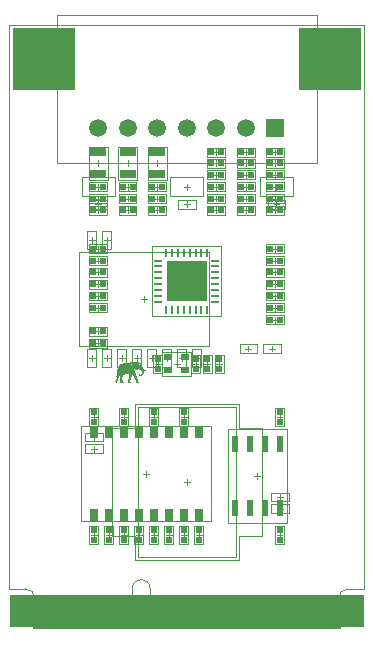
<source format=gbs>
G04*
G04 #@! TF.GenerationSoftware,Altium Limited,Altium Designer,22.1.2 (22)*
G04*
G04 Layer_Color=16711935*
%FSLAX25Y25*%
%MOIN*%
G70*
G04*
G04 #@! TF.SameCoordinates,22AE79A3-5326-4A0D-A068-57DE9E5E3605*
G04*
G04*
G04 #@! TF.FilePolarity,Negative*
G04*
G01*
G75*
%ADD11C,0.00394*%
%ADD13C,0.00197*%
%ADD14C,0.00039*%
%ADD15C,0.00079*%
%ADD23R,1.03150X0.11516*%
%ADD24R,1.18110X0.10630*%
%ADD26R,0.02126X0.01929*%
%ADD27R,0.02835X0.04016*%
%ADD28R,0.01929X0.02126*%
%ADD31R,0.02441X0.09134*%
%ADD32R,0.05915X0.05915*%
%ADD33C,0.05915*%
%ADD34R,0.20945X0.20945*%
%ADD50R,0.13661X0.13661*%
%ADD51R,0.01063X0.02835*%
%ADD52R,0.02835X0.01063*%
%ADD53R,0.05591X0.02835*%
%ADD54R,0.02441X0.05197*%
%ADD55R,0.02835X0.02441*%
G36*
X-2724Y75493D02*
X-2530D01*
Y75444D01*
X-2142D01*
Y75493D01*
X-1657D01*
Y75444D01*
X-1172D01*
Y75396D01*
X-881D01*
Y75347D01*
X-686D01*
Y75299D01*
X-638D01*
Y75250D01*
X-541D01*
Y75201D01*
X-444D01*
Y75153D01*
X-396D01*
Y75104D01*
X-347D01*
Y75056D01*
X-298D01*
Y75007D01*
X-250D01*
Y74959D01*
X-201D01*
Y74910D01*
X-153D01*
Y74862D01*
Y74813D01*
X-201D01*
Y74765D01*
Y74717D01*
X-153D01*
Y74765D01*
X-104D01*
Y74813D01*
X-56D01*
Y74765D01*
Y74717D01*
X-7D01*
Y74668D01*
Y74619D01*
X90D01*
Y74571D01*
X41D01*
Y74522D01*
X138D01*
Y74474D01*
X187D01*
Y74425D01*
Y74377D01*
Y74328D01*
X235D01*
Y74280D01*
X284D01*
Y74231D01*
Y74183D01*
X332D01*
Y74134D01*
Y74086D01*
Y74037D01*
X381D01*
Y73989D01*
Y73940D01*
X429D01*
Y73892D01*
Y73843D01*
X478D01*
Y73795D01*
Y73746D01*
X526D01*
Y73698D01*
X575D01*
Y73649D01*
Y73601D01*
X623D01*
Y73552D01*
Y73504D01*
X672D01*
Y73455D01*
X720D01*
Y73407D01*
X672D01*
Y73358D01*
X720D01*
Y73310D01*
X769D01*
Y73261D01*
Y73213D01*
Y73164D01*
X817D01*
Y73116D01*
Y73067D01*
Y73019D01*
X866D01*
Y72970D01*
Y72922D01*
Y72873D01*
Y72825D01*
Y72776D01*
X914D01*
Y72728D01*
Y72679D01*
X1545D01*
Y72631D01*
X1496D01*
Y72582D01*
X1399D01*
Y72534D01*
X1205D01*
Y72485D01*
X1496D01*
Y72437D01*
X1448D01*
Y72388D01*
X1399D01*
Y72437D01*
X1351D01*
Y72388D01*
X1302D01*
Y72339D01*
X963D01*
Y72291D01*
Y72242D01*
Y72194D01*
Y72145D01*
Y72097D01*
Y72048D01*
Y72000D01*
Y71952D01*
Y71903D01*
Y71855D01*
X914D01*
Y71806D01*
Y71757D01*
Y71709D01*
Y71660D01*
X866D01*
Y71612D01*
X817D01*
Y71563D01*
X866D01*
Y71515D01*
X817D01*
Y71466D01*
X769D01*
Y71418D01*
X720D01*
Y71369D01*
X769D01*
Y71321D01*
X720D01*
Y71272D01*
Y71224D01*
X672D01*
Y71272D01*
X623D01*
Y71224D01*
X672D01*
Y71175D01*
Y71127D01*
X623D01*
Y71078D01*
X575D01*
Y71030D01*
Y70981D01*
X526D01*
Y70933D01*
X429D01*
Y70884D01*
Y70836D01*
X332D01*
Y70787D01*
X284D01*
Y70739D01*
X187D01*
Y70690D01*
X41D01*
Y70642D01*
X-201D01*
Y70690D01*
X-347D01*
Y70739D01*
X-444D01*
Y70787D01*
X-493D01*
Y70836D01*
X-541D01*
Y70884D01*
X-589D01*
Y70933D01*
Y70981D01*
Y71030D01*
X-638D01*
Y71078D01*
Y71127D01*
X-686D01*
Y71175D01*
Y71224D01*
Y71272D01*
Y71321D01*
X-638D01*
Y71369D01*
X-589D01*
Y71418D01*
X-638D01*
Y71466D01*
X-589D01*
Y71515D01*
Y71563D01*
X-541D01*
Y71612D01*
X-493D01*
Y71660D01*
X-444D01*
Y71709D01*
X-298D01*
Y71660D01*
X-250D01*
Y71612D01*
Y71563D01*
X-298D01*
Y71515D01*
X-250D01*
Y71466D01*
Y71418D01*
X-298D01*
Y71369D01*
X-347D01*
Y71321D01*
Y71272D01*
Y71224D01*
X-298D01*
Y71175D01*
X-201D01*
Y71127D01*
X-56D01*
Y71175D01*
X41D01*
Y71224D01*
X90D01*
Y71272D01*
X138D01*
Y71321D01*
Y71369D01*
Y71418D01*
X187D01*
Y71466D01*
X235D01*
Y71515D01*
X187D01*
Y71563D01*
X235D01*
Y71612D01*
Y71660D01*
Y71709D01*
Y71757D01*
Y71806D01*
Y71855D01*
Y71903D01*
Y71952D01*
Y72000D01*
Y72048D01*
Y72097D01*
Y72145D01*
X284D01*
Y72194D01*
X235D01*
Y72242D01*
Y72291D01*
X187D01*
Y72339D01*
Y72388D01*
X138D01*
Y72437D01*
Y72485D01*
Y72534D01*
X90D01*
Y72582D01*
Y72631D01*
X41D01*
Y72679D01*
Y72728D01*
X-7D01*
Y72776D01*
X-298D01*
Y72728D01*
X-444D01*
Y72776D01*
X-493D01*
Y72825D01*
X-589D01*
Y72873D01*
X-638D01*
Y72922D01*
X-735D01*
Y72970D01*
X-1075D01*
Y72922D01*
X-1123D01*
Y72873D01*
X-1220D01*
Y72825D01*
Y72776D01*
X-1366D01*
Y72728D01*
Y72679D01*
X-1463D01*
Y72631D01*
X-1560D01*
Y72679D01*
X-1608D01*
Y72631D01*
X-1705D01*
Y72679D01*
X-1802D01*
Y72728D01*
X-1899D01*
Y72776D01*
X-1996D01*
Y72825D01*
Y72873D01*
X-2045D01*
Y72825D01*
X-2093D01*
Y72873D01*
X-2142D01*
Y72922D01*
X-2190D01*
Y72970D01*
Y73019D01*
X-2142D01*
Y73067D01*
X-2239D01*
Y73019D01*
Y72970D01*
X-2287D01*
Y73019D01*
X-2336D01*
Y73067D01*
X-2384D01*
Y73116D01*
X-2433D01*
Y73164D01*
X-2481D01*
Y73213D01*
X-2530D01*
Y73261D01*
X-2578D01*
Y73310D01*
X-2627D01*
Y73358D01*
Y73407D01*
X-2675D01*
Y73455D01*
X-2724D01*
Y73504D01*
X-2772D01*
Y73552D01*
Y73601D01*
X-2821D01*
Y73649D01*
X-2869D01*
Y73698D01*
Y73746D01*
X-2918D01*
Y73698D01*
Y73649D01*
X-2869D01*
Y73601D01*
Y73552D01*
X-2821D01*
Y73504D01*
Y73455D01*
X-2772D01*
Y73407D01*
X-2724D01*
Y73358D01*
X-2675D01*
Y73310D01*
Y73261D01*
X-2627D01*
Y73213D01*
X-2578D01*
Y73164D01*
X-2530D01*
Y73116D01*
X-2481D01*
Y73067D01*
X-2433D01*
Y73019D01*
X-2336D01*
Y72970D01*
X-2287D01*
Y72922D01*
X-2239D01*
Y72873D01*
X-2190D01*
Y72825D01*
X-2093D01*
Y72776D01*
X-2045D01*
Y72728D01*
Y72679D01*
X-1948D01*
Y72631D01*
Y72582D01*
Y72534D01*
Y72485D01*
Y72437D01*
Y72388D01*
Y72339D01*
Y72291D01*
X-1899D01*
Y72242D01*
Y72194D01*
Y72145D01*
Y72097D01*
Y72048D01*
Y72000D01*
Y71952D01*
Y71903D01*
X-1851D01*
Y71855D01*
X-1802D01*
Y71806D01*
Y71757D01*
Y71709D01*
X-1754D01*
Y71660D01*
Y71612D01*
X-1705D01*
Y71563D01*
Y71515D01*
Y71466D01*
Y71418D01*
Y71369D01*
X-1657D01*
Y71321D01*
Y71272D01*
Y71224D01*
X-1608D01*
Y71175D01*
Y71127D01*
X-1657D01*
Y71078D01*
X-1608D01*
Y71030D01*
X-1560D01*
Y70981D01*
Y70933D01*
X-1608D01*
Y70884D01*
X-1560D01*
Y70836D01*
Y70787D01*
X-1511D01*
Y70739D01*
Y70690D01*
Y70642D01*
X-1463D01*
Y70593D01*
Y70545D01*
Y70496D01*
Y70448D01*
X-1414D01*
Y70399D01*
Y70351D01*
Y70302D01*
X-1366D01*
Y70254D01*
X-1414D01*
Y70205D01*
X-1366D01*
Y70157D01*
X-1317D01*
Y70108D01*
Y70060D01*
Y70011D01*
X-1269D01*
Y69963D01*
Y69914D01*
Y69866D01*
X-1220D01*
Y69817D01*
X-1269D01*
Y69769D01*
X-1220D01*
Y69720D01*
Y69672D01*
X-1172D01*
Y69623D01*
X-1220D01*
Y69575D01*
X-1172D01*
Y69526D01*
Y69478D01*
Y69429D01*
Y69380D01*
Y69332D01*
X-1123D01*
Y69283D01*
Y69235D01*
Y69187D01*
X-1075D01*
Y69138D01*
Y69090D01*
X-1026D01*
Y69041D01*
Y68993D01*
X-978D01*
Y68944D01*
Y68896D01*
X-929D01*
Y68847D01*
X-881D01*
Y68798D01*
Y68750D01*
X-832D01*
Y68701D01*
X-783D01*
Y68653D01*
X-735D01*
Y68604D01*
Y68556D01*
X-783D01*
Y68507D01*
X-929D01*
Y68459D01*
X-1366D01*
Y68410D01*
X-1414D01*
Y68459D01*
X-1754D01*
Y68507D01*
Y68556D01*
X-1802D01*
Y68604D01*
Y68653D01*
Y68701D01*
Y68750D01*
X-1754D01*
Y68798D01*
Y68847D01*
X-1705D01*
Y68896D01*
X-1657D01*
Y68944D01*
Y68993D01*
X-1705D01*
Y69041D01*
Y69090D01*
Y69138D01*
X-1754D01*
Y69187D01*
Y69235D01*
Y69283D01*
X-1802D01*
Y69332D01*
Y69380D01*
Y69429D01*
X-1851D01*
Y69478D01*
Y69526D01*
X-1899D01*
Y69575D01*
Y69623D01*
X-1948D01*
Y69672D01*
Y69720D01*
X-1996D01*
Y69769D01*
Y69817D01*
X-2045D01*
Y69866D01*
X-2093D01*
Y69914D01*
Y69963D01*
X-2142D01*
Y70011D01*
X-2093D01*
Y70060D01*
X-2190D01*
Y70108D01*
Y70157D01*
Y70205D01*
X-2287D01*
Y70254D01*
Y70302D01*
X-2336D01*
Y70351D01*
Y70399D01*
X-2384D01*
Y70448D01*
X-2433D01*
Y70496D01*
X-2336D01*
Y70545D01*
X-2481D01*
Y70593D01*
X-2530D01*
Y70642D01*
Y70690D01*
X-2578D01*
Y70739D01*
X-2627D01*
Y70787D01*
X-2675D01*
Y70836D01*
X-2724D01*
Y70884D01*
X-2772D01*
Y70933D01*
X-2821D01*
Y70981D01*
X-2869D01*
Y71030D01*
X-2918D01*
Y71078D01*
X-2966D01*
Y71127D01*
X-3015D01*
Y71175D01*
X-3063D01*
Y71224D01*
Y71272D01*
X-3112D01*
Y71321D01*
X-3160D01*
Y71369D01*
Y71418D01*
X-3209D01*
Y71466D01*
X-3258D01*
Y71515D01*
Y71563D01*
X-3306D01*
Y71612D01*
Y71660D01*
X-3354D01*
Y71709D01*
Y71757D01*
X-3403D01*
Y71709D01*
Y71660D01*
X-3354D01*
Y71612D01*
Y71563D01*
X-3306D01*
Y71515D01*
Y71466D01*
X-3258D01*
Y71418D01*
Y71369D01*
X-3209D01*
Y71321D01*
X-3160D01*
Y71272D01*
Y71224D01*
X-3112D01*
Y71175D01*
X-3063D01*
Y71127D01*
Y71078D01*
X-3015D01*
Y71030D01*
Y70981D01*
Y70933D01*
Y70884D01*
X-3063D01*
Y70836D01*
Y70787D01*
Y70739D01*
X-3112D01*
Y70690D01*
Y70642D01*
Y70593D01*
X-3160D01*
Y70545D01*
Y70496D01*
X-3209D01*
Y70448D01*
Y70399D01*
Y70351D01*
X-3258D01*
Y70302D01*
Y70254D01*
Y70205D01*
X-3306D01*
Y70157D01*
Y70108D01*
Y70060D01*
Y70011D01*
X-3354D01*
Y69963D01*
Y69914D01*
Y69866D01*
Y69817D01*
X-3403D01*
Y69769D01*
Y69720D01*
Y69672D01*
X-3452D01*
Y69623D01*
Y69575D01*
X-3500D01*
Y69526D01*
Y69478D01*
Y69429D01*
X-3548D01*
Y69380D01*
Y69332D01*
X-3597D01*
Y69283D01*
Y69235D01*
Y69187D01*
Y69138D01*
Y69090D01*
X-3646D01*
Y69041D01*
Y68993D01*
X-3597D01*
Y68944D01*
Y68896D01*
Y68847D01*
X-3548D01*
Y68798D01*
X-3500D01*
Y68750D01*
X-3452D01*
Y68701D01*
X-3403D01*
Y68653D01*
X-3354D01*
Y68604D01*
Y68556D01*
X-3306D01*
Y68507D01*
Y68459D01*
Y68410D01*
X-3403D01*
Y68362D01*
X-4034D01*
Y68410D01*
X-4179D01*
Y68362D01*
X-4422D01*
Y68410D01*
X-4470D01*
Y68459D01*
Y68507D01*
Y68556D01*
Y68604D01*
X-4422D01*
Y68653D01*
Y68701D01*
X-4373D01*
Y68750D01*
X-4276D01*
Y68798D01*
Y68847D01*
Y68896D01*
X-4228D01*
Y68944D01*
X-4276D01*
Y68993D01*
Y69041D01*
Y69090D01*
Y69138D01*
Y69187D01*
Y69235D01*
Y69283D01*
Y69332D01*
Y69380D01*
Y69429D01*
Y69478D01*
X-4228D01*
Y69526D01*
Y69575D01*
Y69623D01*
Y69672D01*
Y69720D01*
Y69769D01*
Y69817D01*
Y69866D01*
X-4179D01*
Y69914D01*
Y69963D01*
Y70011D01*
Y70060D01*
Y70108D01*
X-4131D01*
Y70157D01*
Y70205D01*
Y70254D01*
Y70302D01*
Y70351D01*
Y70399D01*
X-4082D01*
Y70448D01*
Y70496D01*
Y70545D01*
Y70593D01*
Y70642D01*
Y70690D01*
Y70739D01*
Y70787D01*
Y70836D01*
Y70884D01*
Y70933D01*
Y70981D01*
X-4034D01*
Y71030D01*
X-4082D01*
Y71078D01*
Y71127D01*
Y71175D01*
Y71224D01*
Y71272D01*
Y71321D01*
Y71369D01*
Y71418D01*
X-4131D01*
Y71466D01*
Y71515D01*
Y71563D01*
X-4228D01*
Y71515D01*
X-4325D01*
Y71466D01*
X-4422D01*
Y71418D01*
X-4519D01*
Y71369D01*
X-4664D01*
Y71321D01*
X-4810D01*
Y71272D01*
X-5052D01*
Y71224D01*
X-5149D01*
Y71272D01*
X-5295D01*
Y71224D01*
X-5634D01*
Y71272D01*
X-5683D01*
Y71224D01*
X-5634D01*
Y71175D01*
X-5731D01*
Y71127D01*
Y71078D01*
X-5780D01*
Y71030D01*
X-5828D01*
Y70981D01*
X-5877D01*
Y70933D01*
X-5925D01*
Y70884D01*
X-5974D01*
Y70836D01*
X-6022D01*
Y70787D01*
X-6071D01*
Y70739D01*
X-6120D01*
Y70690D01*
Y70642D01*
X-6168D01*
Y70593D01*
Y70545D01*
Y70496D01*
X-6216D01*
Y70448D01*
Y70399D01*
X-6265D01*
Y70351D01*
Y70302D01*
Y70254D01*
X-6313D01*
Y70205D01*
Y70157D01*
Y70108D01*
Y70060D01*
X-6265D01*
Y70011D01*
Y69963D01*
Y69914D01*
Y69866D01*
Y69817D01*
Y69769D01*
Y69720D01*
Y69672D01*
Y69623D01*
Y69575D01*
Y69526D01*
Y69478D01*
Y69429D01*
Y69380D01*
Y69332D01*
Y69283D01*
X-6216D01*
Y69235D01*
Y69187D01*
Y69138D01*
X-6168D01*
Y69090D01*
Y69041D01*
X-6120D01*
Y68993D01*
X-6071D01*
Y68944D01*
X-6022D01*
Y68896D01*
X-5974D01*
Y68847D01*
X-5925D01*
Y68798D01*
X-5877D01*
Y68750D01*
X-5828D01*
Y68701D01*
X-5780D01*
Y68653D01*
Y68604D01*
Y68556D01*
X-5828D01*
Y68507D01*
X-6896D01*
Y68556D01*
X-6993D01*
Y68604D01*
Y68653D01*
Y68701D01*
Y68750D01*
Y68798D01*
Y68847D01*
Y68896D01*
Y68944D01*
Y68993D01*
Y69041D01*
Y69090D01*
Y69138D01*
Y69187D01*
Y69235D01*
X-6944D01*
Y69283D01*
Y69332D01*
Y69380D01*
Y69429D01*
Y69478D01*
X-6896D01*
Y69526D01*
Y69575D01*
Y69623D01*
Y69672D01*
Y69720D01*
Y69769D01*
Y69817D01*
Y69866D01*
Y69914D01*
Y69963D01*
Y70011D01*
Y70060D01*
Y70108D01*
Y70157D01*
Y70205D01*
Y70254D01*
X-6944D01*
Y70302D01*
Y70351D01*
Y70399D01*
Y70448D01*
Y70496D01*
Y70545D01*
Y70593D01*
X-6993D01*
Y70642D01*
X-7041D01*
Y70690D01*
X-7090D01*
Y70739D01*
X-7041D01*
Y70787D01*
X-6993D01*
Y70836D01*
X-6944D01*
Y70884D01*
X-6896D01*
Y70933D01*
X-6847D01*
Y70981D01*
Y71030D01*
X-6799D01*
Y71078D01*
X-6702D01*
Y71127D01*
Y71175D01*
Y71224D01*
X-6750D01*
Y71175D01*
X-6799D01*
Y71127D01*
X-6847D01*
Y71078D01*
X-6896D01*
Y71030D01*
Y70981D01*
X-6944D01*
Y70933D01*
X-6993D01*
Y70981D01*
X-7090D01*
Y70933D01*
X-6993D01*
Y70884D01*
X-7041D01*
Y70836D01*
X-7090D01*
Y70787D01*
X-7138D01*
Y70739D01*
Y70690D01*
X-7187D01*
Y70642D01*
X-7235D01*
Y70593D01*
X-7284D01*
Y70545D01*
X-7332D01*
Y70496D01*
Y70448D01*
X-7381D01*
Y70399D01*
X-7429D01*
Y70351D01*
Y70302D01*
X-7478D01*
Y70254D01*
Y70205D01*
X-7575D01*
Y70157D01*
X-7526D01*
Y70108D01*
X-7575D01*
Y70060D01*
X-7623D01*
Y70011D01*
Y69963D01*
Y69914D01*
X-7672D01*
Y69866D01*
Y69817D01*
X-7720D01*
Y69769D01*
Y69720D01*
X-7769D01*
Y69672D01*
X-7720D01*
Y69623D01*
X-7769D01*
Y69575D01*
Y69526D01*
Y69478D01*
Y69429D01*
X-7817D01*
Y69478D01*
X-7866D01*
Y69429D01*
X-7817D01*
Y69380D01*
Y69332D01*
Y69283D01*
Y69235D01*
X-7866D01*
Y69187D01*
Y69138D01*
Y69090D01*
X-7914D01*
Y69041D01*
Y68993D01*
Y68944D01*
X-7963D01*
Y68896D01*
X-7914D01*
Y68847D01*
Y68798D01*
Y68750D01*
X-7866D01*
Y68701D01*
X-7914D01*
Y68750D01*
X-7963D01*
Y68701D01*
X-7914D01*
Y68653D01*
Y68604D01*
Y68556D01*
X-8011D01*
Y68507D01*
X-8060D01*
Y68556D01*
X-8496D01*
Y68604D01*
X-8545D01*
Y68653D01*
X-8593D01*
Y68701D01*
Y68750D01*
X-8642D01*
Y68798D01*
Y68847D01*
Y68896D01*
Y68944D01*
Y68993D01*
Y69041D01*
X-8593D01*
Y69090D01*
Y69138D01*
X-8545D01*
Y69187D01*
X-8496D01*
Y69235D01*
X-8448D01*
Y69283D01*
X-8399D01*
Y69235D01*
X-8351D01*
Y69283D01*
X-8399D01*
Y69332D01*
Y69380D01*
Y69429D01*
Y69478D01*
X-8351D01*
Y69526D01*
Y69575D01*
Y69623D01*
X-8302D01*
Y69672D01*
Y69720D01*
X-8254D01*
Y69769D01*
Y69817D01*
X-8351D01*
Y69769D01*
X-8399D01*
Y69817D01*
Y69866D01*
X-8496D01*
Y69914D01*
Y69963D01*
X-8448D01*
Y70011D01*
Y70060D01*
Y70108D01*
Y70157D01*
Y70205D01*
X-8399D01*
Y70254D01*
Y70302D01*
Y70351D01*
X-8351D01*
Y70399D01*
Y70448D01*
Y70496D01*
Y70545D01*
X-8302D01*
Y70593D01*
Y70642D01*
Y70690D01*
X-8254D01*
Y70739D01*
Y70787D01*
Y70836D01*
X-8205D01*
Y70884D01*
Y70933D01*
Y70981D01*
Y71030D01*
X-8157D01*
Y70981D01*
X-8108D01*
Y70933D01*
Y70884D01*
Y70836D01*
Y70787D01*
X-8157D01*
Y70739D01*
Y70690D01*
Y70642D01*
Y70593D01*
X-8205D01*
Y70545D01*
Y70496D01*
Y70448D01*
X-8254D01*
Y70399D01*
Y70351D01*
Y70302D01*
Y70254D01*
Y70205D01*
Y70157D01*
Y70108D01*
Y70060D01*
Y70011D01*
Y69963D01*
Y69914D01*
X-8302D01*
Y69866D01*
X-8205D01*
Y69914D01*
Y69963D01*
Y70011D01*
X-8157D01*
Y70060D01*
Y70108D01*
Y70157D01*
Y70205D01*
X-8108D01*
Y70254D01*
Y70302D01*
Y70351D01*
Y70399D01*
Y70448D01*
X-8060D01*
Y70496D01*
Y70545D01*
Y70593D01*
Y70642D01*
Y70690D01*
Y70739D01*
Y70787D01*
Y70836D01*
Y70884D01*
Y70933D01*
Y70981D01*
Y71030D01*
X-8108D01*
Y71078D01*
X-8157D01*
Y71127D01*
Y71175D01*
Y71224D01*
X-8108D01*
Y71272D01*
Y71321D01*
Y71369D01*
Y71418D01*
Y71466D01*
Y71515D01*
Y71563D01*
Y71612D01*
X-8060D01*
Y71660D01*
Y71709D01*
Y71757D01*
Y71806D01*
Y71855D01*
Y71903D01*
Y71952D01*
X-8011D01*
Y72000D01*
Y72048D01*
Y72097D01*
Y72145D01*
Y72194D01*
Y72242D01*
Y72291D01*
Y72339D01*
Y72388D01*
Y72437D01*
Y72485D01*
Y72534D01*
Y72582D01*
Y72631D01*
Y72679D01*
Y72728D01*
Y72776D01*
Y72825D01*
Y72873D01*
X-7963D01*
Y72922D01*
Y72970D01*
Y73019D01*
Y73067D01*
Y73116D01*
X-7914D01*
Y73164D01*
Y73213D01*
X-7866D01*
Y73261D01*
Y73310D01*
Y73358D01*
X-7817D01*
Y73407D01*
X-7769D01*
Y73455D01*
Y73504D01*
X-7720D01*
Y73552D01*
Y73601D01*
X-7623D01*
Y73649D01*
Y73698D01*
Y73746D01*
X-7575D01*
Y73795D01*
X-7526D01*
Y73843D01*
X-7429D01*
Y73892D01*
X-7478D01*
Y73940D01*
X-7429D01*
Y73989D01*
X-7381D01*
Y74037D01*
Y74086D01*
X-7332D01*
Y74134D01*
X-7284D01*
Y74183D01*
Y74231D01*
X-7235D01*
Y74280D01*
X-7187D01*
Y74328D01*
X-7138D01*
Y74280D01*
X-7090D01*
Y74328D01*
X-7138D01*
Y74377D01*
Y74425D01*
X-7090D01*
Y74474D01*
X-7041D01*
Y74522D01*
X-6993D01*
Y74571D01*
X-6944D01*
Y74619D01*
X-6799D01*
Y74668D01*
Y74717D01*
X-6750D01*
Y74668D01*
X-6702D01*
Y74717D01*
Y74765D01*
X-6605D01*
Y74813D01*
X-6508D01*
Y74862D01*
X-6313D01*
Y74910D01*
X-6168D01*
Y74862D01*
X-6120D01*
Y74910D01*
X-6168D01*
Y74959D01*
X-5780D01*
Y75007D01*
X-4616D01*
Y75056D01*
X-4373D01*
Y75104D01*
X-4228D01*
Y75153D01*
X-4082D01*
Y75201D01*
X-3937D01*
Y75250D01*
X-3743D01*
Y75299D01*
X-3597D01*
Y75347D01*
X-3403D01*
Y75396D01*
X-3306D01*
Y75444D01*
X-3160D01*
Y75493D01*
X-3112D01*
Y75444D01*
X-3063D01*
Y75493D01*
X-3015D01*
Y75444D01*
X-2966D01*
Y75493D01*
X-3015D01*
Y75541D01*
X-2724D01*
Y75493D01*
D02*
G37*
%LPC*%
G36*
X-2481Y75250D02*
X-2530D01*
Y75201D01*
X-2481D01*
Y75153D01*
X-2433D01*
Y75201D01*
X-2481D01*
Y75250D01*
D02*
G37*
G36*
Y75153D02*
X-2530D01*
Y75104D01*
X-2481D01*
Y75153D01*
D02*
G37*
G36*
X-2530Y75104D02*
X-2578D01*
Y75056D01*
X-2530D01*
Y75104D01*
D02*
G37*
G36*
X-2627D02*
X-2772D01*
Y75056D01*
X-2627D01*
Y75104D01*
D02*
G37*
G36*
X-2772Y75056D02*
X-2918D01*
Y75007D01*
X-3015D01*
Y74959D01*
X-3112D01*
Y74910D01*
X-3160D01*
Y74862D01*
X-3209D01*
Y74813D01*
X-3258D01*
Y74765D01*
Y74717D01*
Y74668D01*
Y74619D01*
Y74571D01*
Y74522D01*
Y74474D01*
Y74425D01*
Y74377D01*
X-3209D01*
Y74328D01*
Y74280D01*
Y74231D01*
Y74183D01*
X-3160D01*
Y74134D01*
Y74086D01*
Y74037D01*
X-3112D01*
Y74086D01*
Y74134D01*
Y74183D01*
X-3160D01*
Y74231D01*
Y74280D01*
Y74328D01*
Y74377D01*
Y74425D01*
X-3209D01*
Y74474D01*
Y74522D01*
Y74571D01*
Y74619D01*
Y74668D01*
Y74717D01*
Y74765D01*
X-3160D01*
Y74813D01*
X-3112D01*
Y74765D01*
X-3063D01*
Y74813D01*
X-3112D01*
Y74862D01*
X-3015D01*
Y74910D01*
X-2966D01*
Y74959D01*
X-2869D01*
Y75007D01*
X-2772D01*
Y75056D01*
D02*
G37*
G36*
X-6799Y74571D02*
X-6847D01*
Y74522D01*
X-6799D01*
Y74571D01*
D02*
G37*
G36*
X-638Y74522D02*
X-686D01*
Y74474D01*
X-638D01*
Y74425D01*
X-493D01*
Y74377D01*
X-444D01*
Y74425D01*
X-396D01*
Y74474D01*
X-638D01*
Y74522D01*
D02*
G37*
G36*
X-444Y74619D02*
X-589D01*
Y74571D01*
X-444D01*
Y74522D01*
X-396D01*
Y74474D01*
X-347D01*
Y74425D01*
Y74377D01*
Y74328D01*
X-298D01*
Y74377D01*
Y74425D01*
Y74474D01*
X-347D01*
Y74522D01*
X-396D01*
Y74571D01*
X-444D01*
Y74619D01*
D02*
G37*
G36*
X-3306Y74425D02*
X-3354D01*
Y74377D01*
Y74328D01*
X-3258D01*
Y74377D01*
X-3306D01*
Y74425D01*
D02*
G37*
G36*
X-3063Y73989D02*
X-3112D01*
Y73940D01*
X-3063D01*
Y73989D01*
D02*
G37*
G36*
X-2918Y73843D02*
X-2966D01*
Y73795D01*
X-2918D01*
Y73843D01*
D02*
G37*
G36*
X-832Y73795D02*
X-881D01*
Y73746D01*
X-832D01*
Y73795D01*
D02*
G37*
G36*
X-783Y73649D02*
X-832D01*
Y73601D01*
Y73552D01*
Y73504D01*
X-783D01*
Y73552D01*
Y73601D01*
Y73649D01*
D02*
G37*
G36*
X-929Y73310D02*
X-978D01*
Y73261D01*
X-929D01*
Y73310D01*
D02*
G37*
G36*
X-832Y73407D02*
X-881D01*
Y73358D01*
Y73310D01*
Y73261D01*
X-832D01*
Y73213D01*
X-783D01*
Y73261D01*
X-832D01*
Y73310D01*
Y73358D01*
Y73407D01*
D02*
G37*
G36*
X-881Y73213D02*
X-929D01*
Y73164D01*
Y73116D01*
X-881D01*
Y73164D01*
Y73213D01*
D02*
G37*
G36*
X-929Y73116D02*
X-978D01*
Y73067D01*
Y73019D01*
X-929D01*
Y73067D01*
Y73116D01*
D02*
G37*
G36*
X-396Y72825D02*
X-444D01*
Y72776D01*
X-396D01*
Y72825D01*
D02*
G37*
G36*
X-2190D02*
X-2239D01*
Y72776D01*
X-2190D01*
Y72825D01*
D02*
G37*
G36*
X-1414Y72776D02*
X-1463D01*
Y72728D01*
X-1414D01*
Y72776D01*
D02*
G37*
G36*
X-6410Y72145D02*
X-6459D01*
Y72097D01*
X-6410D01*
Y72145D01*
D02*
G37*
G36*
X-3452Y72000D02*
X-3500D01*
Y71952D01*
X-3452D01*
Y72000D01*
D02*
G37*
G36*
X-3403Y71855D02*
X-3452D01*
Y71806D01*
X-3403D01*
Y71855D01*
D02*
G37*
G36*
X-6410Y71952D02*
X-6459D01*
Y71903D01*
Y71855D01*
Y71806D01*
X-6410D01*
Y71855D01*
Y71903D01*
Y71952D01*
D02*
G37*
G36*
X-298Y71660D02*
X-396D01*
Y71612D01*
X-298D01*
Y71660D01*
D02*
G37*
G36*
X-6508Y71806D02*
X-6556D01*
Y71757D01*
X-6508D01*
Y71709D01*
Y71660D01*
Y71612D01*
X-6459D01*
Y71660D01*
Y71709D01*
Y71757D01*
X-6508D01*
Y71806D01*
D02*
G37*
G36*
X-298Y71515D02*
X-347D01*
Y71466D01*
X-298D01*
Y71515D01*
D02*
G37*
G36*
X-1705Y71369D02*
X-1754D01*
Y71321D01*
X-1705D01*
Y71369D01*
D02*
G37*
G36*
X-6508Y71612D02*
X-6556D01*
Y71563D01*
Y71515D01*
X-6605D01*
Y71466D01*
Y71418D01*
X-6653D01*
Y71369D01*
Y71321D01*
X-6702D01*
Y71272D01*
Y71224D01*
X-6653D01*
Y71272D01*
X-6605D01*
Y71321D01*
Y71369D01*
X-6556D01*
Y71418D01*
Y71466D01*
X-6508D01*
Y71515D01*
Y71563D01*
Y71612D01*
D02*
G37*
G36*
X-347Y71224D02*
X-396D01*
Y71175D01*
X-347D01*
Y71224D01*
D02*
G37*
G36*
X-2045Y70108D02*
X-2093D01*
Y70060D01*
X-2045D01*
Y70108D01*
D02*
G37*
G36*
X-1317Y70011D02*
X-1366D01*
Y69963D01*
X-1317D01*
Y70011D01*
D02*
G37*
G36*
X-7720Y69914D02*
X-7769D01*
Y69866D01*
X-7720D01*
Y69914D01*
D02*
G37*
G36*
X-8157Y69817D02*
X-8205D01*
Y69769D01*
X-8157D01*
Y69817D01*
D02*
G37*
G36*
X-7914Y69187D02*
X-7963D01*
Y69138D01*
X-7914D01*
Y69187D01*
D02*
G37*
G36*
X-8302Y68653D02*
X-8351D01*
Y68604D01*
X-8302D01*
Y68653D01*
D02*
G37*
%LPD*%
D11*
X68898Y-197D02*
G03*
X65748Y-3347I0J-3150D01*
G01*
X-35433D02*
G03*
X-38583Y-197I-3150J0D01*
G01*
X2953Y0D02*
G03*
X-2953Y0I-2953J0D01*
G01*
X68898Y-197D02*
G03*
X65748Y-3347I0J-3150D01*
G01*
X-35433D02*
G03*
X-38583Y-197I-3150J0D01*
G01*
X2953Y0D02*
G03*
X-2953Y0I-2953J0D01*
G01*
X-35433Y-12795D02*
X-2953D01*
X65748D02*
Y-3347D01*
X68898Y-197D02*
X74213D01*
X-43898D02*
X-38583D01*
X2953Y-12795D02*
Y0D01*
X-2953Y-12795D02*
Y0D01*
X-35433Y-12795D02*
Y-3347D01*
X2953Y-12795D02*
X65748D01*
X-43898Y187795D02*
X74213D01*
X-35433Y-12795D02*
Y-3347D01*
X74213Y-197D02*
Y187795D01*
X-2953Y-12795D02*
Y0D01*
X65748Y-12795D02*
Y-3347D01*
X2953Y-12795D02*
Y0D01*
X-35433Y-12795D02*
X-2953D01*
X2953D02*
X65748D01*
X68898Y-197D02*
X74213D01*
X-43898D02*
X-38583D01*
X-43898D02*
Y187795D01*
D13*
X3557Y90762D02*
X26757D01*
X3557Y113962D02*
X26757D01*
X3557Y90762D02*
Y113962D01*
X26757Y90762D02*
Y113962D01*
X15157Y101181D02*
Y103543D01*
X13976Y102362D02*
X16339D01*
X3557Y113962D02*
X26757D01*
Y90762D02*
Y113962D01*
X3557Y90762D02*
X26757D01*
X3557D02*
Y113962D01*
D14*
X-1181Y10433D02*
X31496D01*
Y60433D01*
X-1181D02*
X31496D01*
X-1181Y10433D02*
Y60433D01*
X-12905Y113189D02*
X-9953D01*
Y119095D01*
X-12905Y113189D02*
Y119095D01*
X-9953D01*
X-17906Y113189D02*
X-14953D01*
Y119095D01*
X-17906Y113189D02*
Y119095D01*
X-14953D01*
X22724Y80709D02*
Y112205D01*
X-20583Y80709D02*
Y112205D01*
X22724D01*
X-20583Y80709D02*
X22724D01*
X17095Y73819D02*
X20047D01*
Y79724D01*
X17095Y73819D02*
Y79724D01*
X20047D01*
X7095Y73819D02*
X10047D01*
Y79724D01*
X7095Y73819D02*
Y79724D01*
X10047D01*
X-2905Y73819D02*
X47D01*
Y79724D01*
X-2905Y73819D02*
Y79724D01*
X47D01*
X-17906D02*
X-14953D01*
X-17906Y73819D02*
Y79724D01*
X-14953Y73819D02*
Y79724D01*
X-17906Y73819D02*
X-14953D01*
X58465Y141732D02*
Y190945D01*
X-28150Y141732D02*
Y190945D01*
Y141732D02*
X58465D01*
X-28150Y190945D02*
X58465D01*
X39591Y130709D02*
Y137008D01*
Y130709D02*
X50614D01*
X39591Y137008D02*
X50614D01*
Y130709D02*
Y137008D01*
X42150Y126476D02*
Y129429D01*
X48055Y126476D02*
Y129429D01*
X42150Y126476D02*
X48055D01*
X42150Y129429D02*
X48055D01*
X9646Y130709D02*
Y137008D01*
Y130709D02*
X20669D01*
X9646Y137008D02*
X20669D01*
Y130709D02*
Y137008D01*
X12205Y126476D02*
Y129429D01*
X18110Y126476D02*
Y129429D01*
X12205Y126476D02*
X18110D01*
X12205Y129429D02*
X18110D01*
X-19882Y130709D02*
Y137008D01*
Y130709D02*
X-8858D01*
X-19882Y137008D02*
X-8858D01*
Y130709D02*
Y137008D01*
X-17323Y126476D02*
Y129429D01*
X-11417Y126476D02*
Y129429D01*
X-17323Y126476D02*
X-11417D01*
X-17323Y129429D02*
X-11417D01*
X32791Y78445D02*
Y81398D01*
X38697Y78445D02*
Y81398D01*
X32791Y78445D02*
X38697D01*
X32791Y81398D02*
X38697D01*
X46571Y78445D02*
Y81398D01*
X40665D02*
X46571D01*
X40665Y78445D02*
X46571D01*
X40665D02*
Y81398D01*
X-11417Y111713D02*
Y114665D01*
X-17323Y111713D02*
X-11417D01*
X-17323Y114665D02*
X-11417D01*
X-17323Y111713D02*
Y114665D01*
X-17323Y107776D02*
Y110728D01*
X-11417D01*
X-17323Y107776D02*
X-11417D01*
Y110728D01*
Y92028D02*
Y94980D01*
X-17323Y92028D02*
X-11417D01*
X-17323Y94980D02*
X-11417D01*
X-17323Y92028D02*
Y94980D01*
X41732Y107776D02*
Y110728D01*
X47638D01*
X41732Y107776D02*
X47638D01*
Y110728D01*
X41732Y95965D02*
Y98917D01*
X47638D01*
X41732Y95965D02*
X47638D01*
Y98917D01*
X-17284Y54134D02*
X-14331D01*
X-17284D02*
Y60039D01*
X-14331Y54134D02*
Y60039D01*
X-17284D02*
X-14331D01*
X-7283Y54134D02*
X-4331D01*
X-7283D02*
Y60039D01*
X-4331Y54134D02*
Y60039D01*
X-7283D02*
X-4331D01*
X2716Y54134D02*
X5669D01*
X2716D02*
Y60039D01*
X5669Y54134D02*
Y60039D01*
X2716D02*
X5669D01*
X12717Y54134D02*
X15669D01*
X12717D02*
Y60039D01*
X15669Y54134D02*
Y60039D01*
X12717D02*
X15669D01*
X-17284Y14764D02*
X-14331D01*
X-17284D02*
Y20669D01*
X-14331Y14764D02*
Y20669D01*
X-17284D02*
X-14331D01*
X-7283Y14764D02*
X-4331D01*
X-7283D02*
Y20669D01*
X-4331Y14764D02*
Y20669D01*
X-7283D02*
X-4331D01*
X2716Y14764D02*
X5669D01*
X2716D02*
Y20669D01*
X5669Y14764D02*
Y20669D01*
X2716D02*
X5669D01*
X12717Y14764D02*
X15669D01*
X12717D02*
Y20669D01*
X15669Y14764D02*
Y20669D01*
X12717D02*
X15669D01*
X41732Y143815D02*
Y146768D01*
X47638D01*
X41732Y143815D02*
X47638D01*
Y146768D01*
X27953Y140256D02*
Y143209D01*
X22047Y140256D02*
X27953D01*
X22047Y143209D02*
X27953D01*
X22047Y140256D02*
Y143209D01*
X37795Y140256D02*
Y143209D01*
X31890Y140256D02*
X37795D01*
X31890Y143209D02*
X37795D01*
X31890Y140256D02*
Y143209D01*
X-17520Y147244D02*
X-11220D01*
Y136221D02*
Y147244D01*
X-17520Y136221D02*
Y147244D01*
Y136221D02*
X-11220D01*
X-7677Y147244D02*
X-1378D01*
Y136221D02*
Y147244D01*
X-7677Y136221D02*
Y147244D01*
Y136221D02*
X-1378D01*
X2165Y147244D02*
X8465D01*
Y136221D02*
Y147244D01*
X2165Y136221D02*
Y147244D01*
Y136221D02*
X8465D01*
X2362Y124508D02*
Y127461D01*
X8268D01*
X2362Y124508D02*
X8268D01*
Y127461D01*
X-7480Y124508D02*
Y127461D01*
X-1575D01*
X-7480Y124508D02*
X-1575D01*
Y127461D01*
X-17323Y124508D02*
Y127461D01*
X-11417D01*
X-17323Y124508D02*
X-11417D01*
Y127461D01*
Y99902D02*
Y102854D01*
X-17323Y99902D02*
X-11417D01*
X-17323Y102854D02*
X-11417D01*
X-17323Y99902D02*
Y102854D01*
X24508Y77756D02*
X27461D01*
Y71850D02*
Y77756D01*
X24508Y71850D02*
Y77756D01*
Y71850D02*
X27461D01*
X-11417Y103839D02*
Y106791D01*
X-17323Y103839D02*
X-11417D01*
X-17323Y106791D02*
X-11417D01*
X-17323Y103839D02*
Y106791D01*
X41732Y103839D02*
Y106791D01*
X47638D01*
X41732Y103839D02*
X47638D01*
Y106791D01*
X20571Y71850D02*
X23524D01*
X20571D02*
Y77756D01*
X23524Y71850D02*
Y77756D01*
X20571D02*
X23524D01*
X47638Y111713D02*
Y114665D01*
X41732Y111713D02*
X47638D01*
X41732Y114665D02*
X47638D01*
X41732Y111713D02*
Y114665D01*
X47638Y92028D02*
Y94980D01*
X41732Y92028D02*
X47638D01*
X41732Y94980D02*
X47638D01*
X41732Y92028D02*
Y94980D01*
X47638Y99902D02*
Y102854D01*
X41732Y99902D02*
X47638D01*
X41732Y102854D02*
X47638D01*
X41732Y99902D02*
Y102854D01*
X47638Y88090D02*
Y91043D01*
X41732Y88090D02*
X47638D01*
X41732Y91043D02*
X47638D01*
X41732Y88090D02*
Y91043D01*
X-17323Y95965D02*
Y98917D01*
X-11417D01*
X-17323Y95965D02*
X-11417D01*
Y98917D01*
X-19961Y22441D02*
Y53937D01*
X23346Y22441D02*
Y53937D01*
X-19961D02*
X23346D01*
X-19961Y22441D02*
X23346D01*
X28780Y53150D02*
X48465D01*
X28780Y21654D02*
X48465D01*
X28780D02*
Y53150D01*
X48465Y21654D02*
Y53150D01*
X47638Y140256D02*
Y143209D01*
X41732Y140256D02*
X47638D01*
X41732Y143209D02*
X47638D01*
X41732Y140256D02*
Y143209D01*
X47638Y132382D02*
Y135335D01*
X41732Y132382D02*
X47638D01*
X41732Y135335D02*
X47638D01*
X41732Y132382D02*
Y135335D01*
X37795Y132382D02*
Y135335D01*
X31890Y132382D02*
X37795D01*
X31890Y135335D02*
X37795D01*
X31890Y132382D02*
Y135335D01*
Y143815D02*
Y146768D01*
X37795D01*
X31890Y143815D02*
X37795D01*
Y146768D01*
X27953Y132382D02*
Y135335D01*
X22047Y132382D02*
X27953D01*
X22047Y135335D02*
X27953D01*
X22047Y132382D02*
Y135335D01*
Y143815D02*
Y146768D01*
X27953D01*
X22047Y143815D02*
X27953D01*
Y146768D01*
X7087Y78740D02*
X16535D01*
X7087Y70866D02*
X16535D01*
X7087D02*
Y78740D01*
X16535Y70866D02*
Y78740D01*
X15157Y34449D02*
Y36417D01*
X14173Y35433D02*
X16142D01*
X-2165Y9449D02*
Y17402D01*
X32480Y53465D02*
Y61417D01*
X-2165D02*
X32480D01*
X-2165Y9449D02*
X32480D01*
Y17402D01*
X-2165Y53425D02*
Y61417D01*
X-9843Y53425D02*
X-2165D01*
X32480Y17402D02*
X40157D01*
X-9843D02*
Y53425D01*
X40157Y17402D02*
Y53465D01*
X-9843Y17402D02*
X-2165D01*
X32480Y53465D02*
X40157D01*
X-12905Y113189D02*
X-9953D01*
X-12905Y119095D02*
X-9953D01*
Y113189D02*
Y119095D01*
X-12905Y113189D02*
Y119095D01*
X-11429Y115157D02*
Y117126D01*
X-12413Y116142D02*
X-10445D01*
X-17906Y113189D02*
X-14953D01*
X-17906Y119095D02*
X-14953D01*
Y113189D02*
Y119095D01*
X-17906Y113189D02*
Y119095D01*
X-16429Y115157D02*
Y117126D01*
X-17413Y116142D02*
X-15445D01*
X1071Y95472D02*
Y97441D01*
X87Y96457D02*
X2055D01*
X-20583Y80709D02*
X22724D01*
Y112205D01*
X-20583Y80709D02*
Y112205D01*
X22724D01*
X17095Y73819D02*
X20047D01*
X17095Y79724D02*
X20047D01*
Y73819D02*
Y79724D01*
X17095Y73819D02*
Y79724D01*
X18571Y75787D02*
Y77756D01*
X17587Y76772D02*
X19555D01*
X7095Y73819D02*
X10047D01*
X7095Y79724D02*
X10047D01*
Y73819D02*
Y79724D01*
X7095Y73819D02*
Y79724D01*
X8571Y75787D02*
Y77756D01*
X7587Y76772D02*
X9555D01*
X-2905Y73819D02*
X47D01*
X-2905Y79724D02*
X47D01*
Y73819D02*
Y79724D01*
X-2905Y73819D02*
Y79724D01*
X-1429Y75787D02*
Y77756D01*
X-2413Y76772D02*
X-445D01*
X-17906Y79724D02*
X-14953D01*
X-17906Y73819D02*
X-14953D01*
X-17906D02*
Y79724D01*
X-14953Y73819D02*
Y79724D01*
X-16429Y75787D02*
Y77756D01*
X-17413Y76772D02*
X-15445D01*
X-28150Y141732D02*
X58465D01*
X-28150D02*
Y190945D01*
X58465D01*
Y141732D02*
Y190945D01*
X15157Y152559D02*
Y154528D01*
X14173Y153543D02*
X16142D01*
X45102Y132874D02*
Y134843D01*
X44118Y133858D02*
X46087D01*
X39591Y130709D02*
X50614D01*
X39591Y137008D02*
X50614D01*
X39591Y130709D02*
Y137008D01*
X50614Y130709D02*
Y137008D01*
X42150Y126476D02*
X48055D01*
X42150Y129429D02*
X48055D01*
X42150Y126476D02*
Y129429D01*
X48055Y126476D02*
Y129429D01*
X45102Y126969D02*
Y128937D01*
X44118Y127953D02*
X46087D01*
X15157Y132874D02*
Y134843D01*
X14173Y133858D02*
X16142D01*
X9646Y130709D02*
X20669D01*
X9646Y137008D02*
X20669D01*
X9646Y130709D02*
Y137008D01*
X20669Y130709D02*
Y137008D01*
X12205Y126476D02*
X18110D01*
X12205Y129429D02*
X18110D01*
X12205Y126476D02*
Y129429D01*
X18110Y126476D02*
Y129429D01*
X15157Y126969D02*
Y128937D01*
X14173Y127953D02*
X16142D01*
X-14370Y132874D02*
Y134843D01*
X-15354Y133858D02*
X-13386D01*
X-19882Y130709D02*
X-8858D01*
X-19882Y137008D02*
X-8858D01*
X-19882Y130709D02*
Y137008D01*
X-8858Y130709D02*
Y137008D01*
X-17323Y126476D02*
X-11417D01*
X-17323Y129429D02*
X-11417D01*
X-17323Y126476D02*
Y129429D01*
X-11417Y126476D02*
Y129429D01*
X-14370Y126969D02*
Y128937D01*
X-15354Y127953D02*
X-13386D01*
X32791Y78445D02*
X38697D01*
X32791Y81398D02*
X38697D01*
X32791Y78445D02*
Y81398D01*
X38697Y78445D02*
Y81398D01*
X35744Y78937D02*
Y80905D01*
X34760Y79921D02*
X36728D01*
X46571Y78445D02*
Y81398D01*
X40665Y78445D02*
Y81398D01*
X46571D01*
X40665Y78445D02*
X46571D01*
X42634Y79921D02*
X44602D01*
X43618Y78937D02*
Y80905D01*
X-11417Y111713D02*
Y114665D01*
X-17323Y111713D02*
Y114665D01*
Y111713D02*
X-11417D01*
X-17323Y114665D02*
X-11417D01*
X-15354Y113189D02*
X-13386D01*
X-14370Y112205D02*
Y114173D01*
X-17323Y107776D02*
Y110728D01*
X-11417Y107776D02*
Y110728D01*
X-17323D02*
X-11417D01*
X-17323Y107776D02*
X-11417D01*
X-15354Y109252D02*
X-13386D01*
X-14370Y108268D02*
Y110236D01*
X-11417Y92028D02*
Y94980D01*
X-17323Y92028D02*
Y94980D01*
Y92028D02*
X-11417D01*
X-17323Y94980D02*
X-11417D01*
X-15354Y93504D02*
X-13386D01*
X-14370Y92520D02*
Y94488D01*
X41732Y107776D02*
Y110728D01*
X47638Y107776D02*
Y110728D01*
X41732D02*
X47638D01*
X41732Y107776D02*
X47638D01*
X43701Y109252D02*
X45669D01*
X44685Y108268D02*
Y110236D01*
X41732Y95965D02*
Y98917D01*
X47638Y95965D02*
Y98917D01*
X41732D02*
X47638D01*
X41732Y95965D02*
X47638D01*
X43701Y97441D02*
X45669D01*
X44685Y96457D02*
Y98425D01*
X-17284Y54134D02*
X-14331D01*
X-17284Y60039D02*
X-14331D01*
X-17284Y54134D02*
Y60039D01*
X-14331Y54134D02*
Y60039D01*
X-15807Y56102D02*
Y58071D01*
X-16791Y57087D02*
X-14823D01*
X-7283Y54134D02*
X-4331D01*
X-7283Y60039D02*
X-4331D01*
X-7283Y54134D02*
Y60039D01*
X-4331Y54134D02*
Y60039D01*
X-5807Y56102D02*
Y58071D01*
X-6791Y57087D02*
X-4823D01*
X2716Y54134D02*
X5669D01*
X2716Y60039D02*
X5669D01*
X2716Y54134D02*
Y60039D01*
X5669Y54134D02*
Y60039D01*
X4193Y56102D02*
Y58071D01*
X3209Y57087D02*
X5177D01*
X12717Y54134D02*
X15669D01*
X12717Y60039D02*
X15669D01*
X12717Y54134D02*
Y60039D01*
X15669Y54134D02*
Y60039D01*
X14193Y56102D02*
Y58071D01*
X13209Y57087D02*
X15177D01*
X-17284Y14764D02*
X-14331D01*
X-17284Y20669D02*
X-14331D01*
X-17284Y14764D02*
Y20669D01*
X-14331Y14764D02*
Y20669D01*
X-15807Y16732D02*
Y18701D01*
X-16791Y17717D02*
X-14823D01*
X-7283Y14764D02*
X-4331D01*
X-7283Y20669D02*
X-4331D01*
X-7283Y14764D02*
Y20669D01*
X-4331Y14764D02*
Y20669D01*
X-5807Y16732D02*
Y18701D01*
X-6791Y17717D02*
X-4823D01*
X2716Y14764D02*
X5669D01*
X2716Y20669D02*
X5669D01*
X2716Y14764D02*
Y20669D01*
X5669Y14764D02*
Y20669D01*
X4193Y16732D02*
Y18701D01*
X3209Y17717D02*
X5177D01*
X12717Y14764D02*
X15669D01*
X12717Y20669D02*
X15669D01*
X12717Y14764D02*
Y20669D01*
X15669Y14764D02*
Y20669D01*
X14193Y16732D02*
Y18701D01*
X13209Y17717D02*
X15177D01*
X41732Y143815D02*
Y146768D01*
X47638Y143815D02*
Y146768D01*
X41732D02*
X47638D01*
X41732Y143815D02*
X47638D01*
X43701Y145291D02*
X45669D01*
X44685Y144307D02*
Y146276D01*
X27953Y140256D02*
Y143209D01*
X22047Y140256D02*
Y143209D01*
Y140256D02*
X27953D01*
X22047Y143209D02*
X27953D01*
X24016Y141732D02*
X25984D01*
X25000Y140748D02*
Y142717D01*
X37795Y140256D02*
Y143209D01*
X31890Y140256D02*
Y143209D01*
Y140256D02*
X37795D01*
X31890Y143209D02*
X37795D01*
X33858Y141732D02*
X35827D01*
X34843Y140748D02*
Y142717D01*
X-15354Y141732D02*
X-13386D01*
X-14370Y140748D02*
Y142717D01*
X-11220Y136221D02*
Y147244D01*
X-17520Y136221D02*
Y147244D01*
X-11220D01*
X-17520Y136221D02*
X-11220D01*
X-5512Y141732D02*
X-3543D01*
X-4528Y140748D02*
Y142717D01*
X-1378Y136221D02*
Y147244D01*
X-7677Y136221D02*
Y147244D01*
X-1378D01*
X-7677Y136221D02*
X-1378D01*
X4331Y141732D02*
X6299D01*
X5315Y140748D02*
Y142717D01*
X8465Y136221D02*
Y147244D01*
X2165Y136221D02*
Y147244D01*
X8465D01*
X2165Y136221D02*
X8465D01*
X2362Y124508D02*
Y127461D01*
X8268Y124508D02*
Y127461D01*
X2362D02*
X8268D01*
X2362Y124508D02*
X8268D01*
X4331Y125984D02*
X6299D01*
X5315Y125000D02*
Y126969D01*
X-7480Y124508D02*
Y127461D01*
X-1575Y124508D02*
Y127461D01*
X-7480D02*
X-1575D01*
X-7480Y124508D02*
X-1575D01*
X-5512Y125984D02*
X-3543D01*
X-4528Y125000D02*
Y126969D01*
X-17323Y124508D02*
Y127461D01*
X-11417Y124508D02*
Y127461D01*
X-17323D02*
X-11417D01*
X-17323Y124508D02*
X-11417D01*
X-15354Y125984D02*
X-13386D01*
X-14370Y125000D02*
Y126969D01*
X-11417Y99902D02*
Y102854D01*
X-17323Y99902D02*
Y102854D01*
Y99902D02*
X-11417D01*
X-17323Y102854D02*
X-11417D01*
X-15354Y101378D02*
X-13386D01*
X-14370Y100394D02*
Y102362D01*
X24508Y77756D02*
X27461D01*
X24508Y71850D02*
X27461D01*
Y77756D01*
X24508Y71850D02*
Y77756D01*
X25984Y73819D02*
Y75787D01*
X25000Y74803D02*
X26969D01*
X-11417Y103839D02*
Y106791D01*
X-17323Y103839D02*
Y106791D01*
Y103839D02*
X-11417D01*
X-17323Y106791D02*
X-11417D01*
X-15354Y105315D02*
X-13386D01*
X-14370Y104331D02*
Y106299D01*
X41732Y103839D02*
Y106791D01*
X47638Y103839D02*
Y106791D01*
X41732D02*
X47638D01*
X41732Y103839D02*
X47638D01*
X43701Y105315D02*
X45669D01*
X44685Y104331D02*
Y106299D01*
X20571Y71850D02*
X23524D01*
X20571Y77756D02*
X23524D01*
X20571Y71850D02*
Y77756D01*
X23524Y71850D02*
Y77756D01*
X22047Y73819D02*
Y75787D01*
X21063Y74803D02*
X23031D01*
X47638Y111713D02*
Y114665D01*
X41732Y111713D02*
Y114665D01*
Y111713D02*
X47638D01*
X41732Y114665D02*
X47638D01*
X43701Y113189D02*
X45669D01*
X44685Y112205D02*
Y114173D01*
X47638Y92028D02*
Y94980D01*
X41732Y92028D02*
Y94980D01*
Y92028D02*
X47638D01*
X41732Y94980D02*
X47638D01*
X43701Y93504D02*
X45669D01*
X44685Y92520D02*
Y94488D01*
X47638Y99902D02*
Y102854D01*
X41732Y99902D02*
Y102854D01*
Y99902D02*
X47638D01*
X41732Y102854D02*
X47638D01*
X43701Y101378D02*
X45669D01*
X44685Y100394D02*
Y102362D01*
X47638Y88090D02*
Y91043D01*
X41732Y88090D02*
Y91043D01*
Y88090D02*
X47638D01*
X41732Y91043D02*
X47638D01*
X43701Y89567D02*
X45669D01*
X44685Y88583D02*
Y90551D01*
X-17323Y95965D02*
Y98917D01*
X-11417Y95965D02*
Y98917D01*
X-17323D02*
X-11417D01*
X-17323Y95965D02*
X-11417D01*
X-15354Y97441D02*
X-13386D01*
X-14370Y96457D02*
Y98425D01*
X1693Y37205D02*
Y39173D01*
X709Y38189D02*
X2677D01*
X-19961Y22441D02*
X23346D01*
X-19961D02*
Y53937D01*
X23346Y22441D02*
Y53937D01*
X-19961D02*
X23346D01*
X28780Y21654D02*
X48465D01*
X28780D02*
Y53150D01*
X48465Y21654D02*
Y53150D01*
X28780D02*
X48465D01*
X37638Y37402D02*
X39606D01*
X38622Y36417D02*
Y38386D01*
X47638Y140256D02*
Y143209D01*
X41732Y140256D02*
Y143209D01*
Y140256D02*
X47638D01*
X41732Y143209D02*
X47638D01*
X43701Y141732D02*
X45669D01*
X44685Y140748D02*
Y142717D01*
X47638Y132382D02*
Y135335D01*
X41732Y132382D02*
Y135335D01*
Y132382D02*
X47638D01*
X41732Y135335D02*
X47638D01*
X43701Y133858D02*
X45669D01*
X44685Y132874D02*
Y134843D01*
X37795Y132382D02*
Y135335D01*
X31890Y132382D02*
Y135335D01*
Y132382D02*
X37795D01*
X31890Y135335D02*
X37795D01*
X33858Y133858D02*
X35827D01*
X34843Y132874D02*
Y134843D01*
X31890Y143815D02*
Y146768D01*
X37795Y143815D02*
Y146768D01*
X31890D02*
X37795D01*
X31890Y143815D02*
X37795D01*
X33858Y145291D02*
X35827D01*
X34843Y144307D02*
Y146276D01*
X27953Y132382D02*
Y135335D01*
X22047Y132382D02*
Y135335D01*
Y132382D02*
X27953D01*
X22047Y135335D02*
X27953D01*
X24016Y133858D02*
X25984D01*
X25000Y132874D02*
Y134843D01*
X22047Y143815D02*
Y146768D01*
X27953Y143815D02*
Y146768D01*
X22047D02*
X27953D01*
X22047Y143815D02*
X27953D01*
X24016Y145291D02*
X25984D01*
X25000Y144307D02*
Y146276D01*
X10827Y74803D02*
X12795D01*
X11811Y73819D02*
Y75787D01*
X7087Y70866D02*
X16535D01*
X7087Y78740D02*
X16535D01*
Y70866D02*
Y78740D01*
X7087Y70866D02*
Y78740D01*
D15*
X15047Y73819D02*
Y79724D01*
X12094Y73819D02*
Y79724D01*
X15047D01*
X12094Y73819D02*
X15047D01*
X5047D02*
Y79724D01*
X2094Y73819D02*
Y79724D01*
X5047D01*
X2094Y73819D02*
X5047D01*
X-4953D02*
Y79724D01*
X-7905Y73819D02*
Y79724D01*
X-4953D01*
X-7905Y73819D02*
X-4953D01*
X-9953D02*
Y79724D01*
X-12905Y73819D02*
Y79724D01*
X-9953D01*
X-12905Y73819D02*
X-9953D01*
X43307Y31909D02*
X49213D01*
X43307Y28957D02*
X49213D01*
X43307D02*
Y31909D01*
X49213Y28957D02*
Y31909D01*
X43307Y27972D02*
X49213D01*
X43307Y25020D02*
X49213D01*
X43307D02*
Y27972D01*
X49213Y25020D02*
Y27972D01*
X-18701Y48957D02*
X-12795D01*
X-18701Y51910D02*
X-12795D01*
Y48957D02*
Y51910D01*
X-18701Y48957D02*
Y51910D01*
Y45020D02*
X-12795D01*
X-18701Y47972D02*
X-12795D01*
Y45020D02*
Y47972D01*
X-18701Y45020D02*
Y47972D01*
X-17323Y84153D02*
X-11417D01*
X-17323Y87106D02*
X-11417D01*
X-17323Y84153D02*
Y87106D01*
X-11417Y84153D02*
Y87106D01*
X-17323Y80216D02*
X-11417D01*
X-17323Y83169D02*
X-11417D01*
X-17323Y80216D02*
Y83169D01*
X-11417Y80216D02*
Y83169D01*
X19587Y71850D02*
Y77756D01*
X16634Y71850D02*
Y77756D01*
Y71850D02*
X19587D01*
X16634Y77756D02*
X19587D01*
X47598Y54134D02*
Y60039D01*
X44646Y54134D02*
Y60039D01*
Y54134D02*
X47598D01*
X44646Y60039D02*
X47598D01*
X-12284Y14764D02*
Y20669D01*
X-9331Y14764D02*
Y20669D01*
X-12284D02*
X-9331D01*
X-12284Y14764D02*
X-9331D01*
X-2283D02*
Y20669D01*
X669Y14764D02*
Y20669D01*
X-2283D02*
X669D01*
X-2283Y14764D02*
X669D01*
X7717D02*
Y20669D01*
X10669Y14764D02*
Y20669D01*
X7717D02*
X10669D01*
X7717Y14764D02*
X10669D01*
X17717D02*
Y20669D01*
X20669Y14764D02*
Y20669D01*
X17717D02*
X20669D01*
X17717Y14764D02*
X20669D01*
X44646D02*
Y20669D01*
X47598Y14764D02*
Y20669D01*
X44646D02*
X47598D01*
X44646Y14764D02*
X47598D01*
X4035Y71850D02*
Y77756D01*
X6988Y71850D02*
Y77756D01*
X4035D02*
X6988D01*
X4035Y71850D02*
X6988D01*
X22047Y127461D02*
X27953D01*
X22047Y124508D02*
X27953D01*
Y127461D01*
X22047Y124508D02*
Y127461D01*
X31890D02*
X37795D01*
X31890Y124508D02*
X37795D01*
Y127461D01*
X31890Y124508D02*
Y127461D01*
X41732D02*
X47638D01*
X41732Y124508D02*
X47638D01*
Y127461D01*
X41732Y124508D02*
Y127461D01*
X22047Y131398D02*
X27953D01*
X22047Y128445D02*
X27953D01*
Y131398D01*
X22047Y128445D02*
Y131398D01*
X31890D02*
X37795D01*
X31890Y128445D02*
X37795D01*
Y131398D01*
X31890Y128445D02*
Y131398D01*
X41732D02*
X47638D01*
X41732Y128445D02*
X47638D01*
Y131398D01*
X41732Y128445D02*
Y131398D01*
X22047Y136319D02*
X27953D01*
X22047Y139272D02*
X27953D01*
X22047Y136319D02*
Y139272D01*
X27953Y136319D02*
Y139272D01*
X31890Y136319D02*
X37795D01*
X31890Y139272D02*
X37795D01*
X31890Y136319D02*
Y139272D01*
X37795Y136319D02*
Y139272D01*
X41732Y136319D02*
X47638D01*
X41732Y139272D02*
X47638D01*
X41732Y136319D02*
Y139272D01*
X47638Y136319D02*
Y139272D01*
X-17323Y135335D02*
X-11417D01*
X-17323Y132382D02*
X-11417D01*
Y135335D01*
X-17323Y132382D02*
Y135335D01*
X-7480D02*
X-1575D01*
X-7480Y132382D02*
X-1575D01*
Y135335D01*
X-7480Y132382D02*
Y135335D01*
X2362D02*
X8268D01*
X2362Y132382D02*
X8268D01*
Y135335D01*
X2362Y132382D02*
Y135335D01*
X-17323Y131398D02*
X-11417D01*
X-17323Y128445D02*
X-11417D01*
Y131398D01*
X-17323Y128445D02*
Y131398D01*
X-7480D02*
X-1575D01*
X-7480Y128445D02*
X-1575D01*
Y131398D01*
X-7480Y128445D02*
Y131398D01*
X2362D02*
X8268D01*
X2362Y128445D02*
X8268D01*
Y131398D01*
X2362Y128445D02*
Y131398D01*
X12094Y79724D02*
X15047D01*
X12587Y76772D02*
X14555D01*
X13571Y75787D02*
Y77756D01*
X15047Y73819D02*
Y79724D01*
X12094Y73819D02*
Y79724D01*
Y73819D02*
X15047D01*
X2094Y79724D02*
X5047D01*
X2587Y76772D02*
X4555D01*
X3571Y75787D02*
Y77756D01*
X5047Y73819D02*
Y79724D01*
X2094Y73819D02*
Y79724D01*
Y73819D02*
X5047D01*
X-7905Y79724D02*
X-4953D01*
X-7413Y76772D02*
X-5445D01*
X-6429Y75787D02*
Y77756D01*
X-4953Y73819D02*
Y79724D01*
X-7905Y73819D02*
Y79724D01*
Y73819D02*
X-4953D01*
X-12905Y79724D02*
X-9953D01*
X-12413Y76772D02*
X-10445D01*
X-11429Y75787D02*
Y77756D01*
X-9953Y73819D02*
Y79724D01*
X-12905Y73819D02*
Y79724D01*
Y73819D02*
X-9953D01*
X43307Y28957D02*
Y31909D01*
X46260Y29449D02*
Y31417D01*
X45276Y30433D02*
X47244D01*
X43307Y31909D02*
X49213D01*
X43307Y28957D02*
X49213D01*
Y31909D01*
X43307Y25020D02*
Y27972D01*
X46260Y25512D02*
Y27480D01*
X45276Y26496D02*
X47244D01*
X43307Y27972D02*
X49213D01*
X43307Y25020D02*
X49213D01*
Y27972D01*
X-12795Y48957D02*
Y51910D01*
X-15748Y49449D02*
Y51417D01*
X-16732Y50433D02*
X-14764D01*
X-18701Y48957D02*
X-12795D01*
X-18701Y51910D02*
X-12795D01*
X-18701Y48957D02*
Y51910D01*
X-12795Y45020D02*
Y47972D01*
X-15748Y45512D02*
Y47480D01*
X-16732Y46496D02*
X-14764D01*
X-18701Y45020D02*
X-12795D01*
X-18701Y47972D02*
X-12795D01*
X-18701Y45020D02*
Y47972D01*
X-17323Y84153D02*
Y87106D01*
X-14370Y84646D02*
Y86614D01*
X-15354Y85630D02*
X-13386D01*
X-17323Y84153D02*
X-11417D01*
X-17323Y87106D02*
X-11417D01*
Y84153D02*
Y87106D01*
X-17323Y80216D02*
Y83169D01*
X-14370Y80709D02*
Y82677D01*
X-15354Y81693D02*
X-13386D01*
X-17323Y80216D02*
X-11417D01*
X-17323Y83169D02*
X-11417D01*
Y80216D02*
Y83169D01*
X16634Y71850D02*
X19587D01*
X17126Y74803D02*
X19094D01*
X18110Y73819D02*
Y75787D01*
X19587Y71850D02*
Y77756D01*
X16634Y71850D02*
Y77756D01*
X19587D01*
X44646Y54134D02*
X47598D01*
X45138Y57087D02*
X47106D01*
X46122Y56102D02*
Y58071D01*
X47598Y54134D02*
Y60039D01*
X44646Y54134D02*
Y60039D01*
X47598D01*
X-12284Y20669D02*
X-9331D01*
X-11791Y17717D02*
X-9823D01*
X-10807Y16732D02*
Y18701D01*
X-12284Y14764D02*
Y20669D01*
X-9331Y14764D02*
Y20669D01*
X-12284Y14764D02*
X-9331D01*
X-2283Y20669D02*
X669D01*
X-1791Y17717D02*
X177D01*
X-807Y16732D02*
Y18701D01*
X-2283Y14764D02*
Y20669D01*
X669Y14764D02*
Y20669D01*
X-2283Y14764D02*
X669D01*
X7717Y20669D02*
X10669D01*
X8209Y17717D02*
X10177D01*
X9193Y16732D02*
Y18701D01*
X7717Y14764D02*
Y20669D01*
X10669Y14764D02*
Y20669D01*
X7717Y14764D02*
X10669D01*
X17717Y20669D02*
X20669D01*
X18209Y17717D02*
X20177D01*
X19193Y16732D02*
Y18701D01*
X17717Y14764D02*
Y20669D01*
X20669Y14764D02*
Y20669D01*
X17717Y14764D02*
X20669D01*
X44646Y20669D02*
X47598D01*
X45138Y17717D02*
X47106D01*
X46122Y16732D02*
Y18701D01*
X44646Y14764D02*
Y20669D01*
X47598Y14764D02*
Y20669D01*
X44646Y14764D02*
X47598D01*
X4035Y77756D02*
X6988D01*
X4528Y74803D02*
X6496D01*
X5512Y73819D02*
Y75787D01*
X4035Y71850D02*
Y77756D01*
X6988Y71850D02*
Y77756D01*
X4035Y71850D02*
X6988D01*
X27953Y124508D02*
Y127461D01*
X25000Y125000D02*
Y126969D01*
X24016Y125984D02*
X25984D01*
X22047Y127461D02*
X27953D01*
X22047Y124508D02*
X27953D01*
X22047D02*
Y127461D01*
X37795Y124508D02*
Y127461D01*
X34843Y125000D02*
Y126969D01*
X33858Y125984D02*
X35827D01*
X31890Y127461D02*
X37795D01*
X31890Y124508D02*
X37795D01*
X31890D02*
Y127461D01*
X47638Y124508D02*
Y127461D01*
X44685Y125000D02*
Y126969D01*
X43701Y125984D02*
X45669D01*
X41732Y127461D02*
X47638D01*
X41732Y124508D02*
X47638D01*
X41732D02*
Y127461D01*
X27953Y128445D02*
Y131398D01*
X25000Y128937D02*
Y130905D01*
X24016Y129921D02*
X25984D01*
X22047Y131398D02*
X27953D01*
X22047Y128445D02*
X27953D01*
X22047D02*
Y131398D01*
X37795Y128445D02*
Y131398D01*
X34843Y128937D02*
Y130905D01*
X33858Y129921D02*
X35827D01*
X31890Y131398D02*
X37795D01*
X31890Y128445D02*
X37795D01*
X31890D02*
Y131398D01*
X47638Y128445D02*
Y131398D01*
X44685Y128937D02*
Y130905D01*
X43701Y129921D02*
X45669D01*
X41732Y131398D02*
X47638D01*
X41732Y128445D02*
X47638D01*
X41732D02*
Y131398D01*
X22047Y136319D02*
Y139272D01*
X25000Y136811D02*
Y138779D01*
X24016Y137795D02*
X25984D01*
X22047Y136319D02*
X27953D01*
X22047Y139272D02*
X27953D01*
Y136319D02*
Y139272D01*
X31890Y136319D02*
Y139272D01*
X34843Y136811D02*
Y138779D01*
X33858Y137795D02*
X35827D01*
X31890Y136319D02*
X37795D01*
X31890Y139272D02*
X37795D01*
Y136319D02*
Y139272D01*
X41732Y136319D02*
Y139272D01*
X44685Y136811D02*
Y138779D01*
X43701Y137795D02*
X45669D01*
X41732Y136319D02*
X47638D01*
X41732Y139272D02*
X47638D01*
Y136319D02*
Y139272D01*
X-11417Y132382D02*
Y135335D01*
X-14370Y132874D02*
Y134843D01*
X-15354Y133858D02*
X-13386D01*
X-17323Y135335D02*
X-11417D01*
X-17323Y132382D02*
X-11417D01*
X-17323D02*
Y135335D01*
X-1575Y132382D02*
Y135335D01*
X-4528Y132874D02*
Y134843D01*
X-5512Y133858D02*
X-3543D01*
X-7480Y135335D02*
X-1575D01*
X-7480Y132382D02*
X-1575D01*
X-7480D02*
Y135335D01*
X8268Y132382D02*
Y135335D01*
X5315Y132874D02*
Y134843D01*
X4331Y133858D02*
X6299D01*
X2362Y135335D02*
X8268D01*
X2362Y132382D02*
X8268D01*
X2362D02*
Y135335D01*
X-11417Y128445D02*
Y131398D01*
X-14370Y128937D02*
Y130905D01*
X-15354Y129921D02*
X-13386D01*
X-17323Y131398D02*
X-11417D01*
X-17323Y128445D02*
X-11417D01*
X-17323D02*
Y131398D01*
X-1575Y128445D02*
Y131398D01*
X-4528Y128937D02*
Y130905D01*
X-5512Y129921D02*
X-3543D01*
X-7480Y131398D02*
X-1575D01*
X-7480Y128445D02*
X-1575D01*
X-7480D02*
Y131398D01*
X8268Y128445D02*
Y131398D01*
X5315Y128937D02*
Y130905D01*
X4331Y129921D02*
X6299D01*
X2362Y131398D02*
X8268D01*
X2362Y128445D02*
X8268D01*
X2362D02*
Y131398D01*
D23*
X15157Y-8022D02*
D03*
D24*
X15157Y-7481D02*
D03*
D26*
X18110Y73110D02*
D03*
Y76496D02*
D03*
X46122Y55394D02*
D03*
Y58780D02*
D03*
X-15807Y55394D02*
D03*
Y58780D02*
D03*
X-5807Y55394D02*
D03*
Y58780D02*
D03*
X4193Y55394D02*
D03*
Y58780D02*
D03*
X14193Y55394D02*
D03*
Y58780D02*
D03*
X-15807Y16024D02*
D03*
Y19410D02*
D03*
X-10807D02*
D03*
Y16024D02*
D03*
X-5807D02*
D03*
Y19410D02*
D03*
X-807D02*
D03*
Y16024D02*
D03*
X4193D02*
D03*
Y19410D02*
D03*
X9193D02*
D03*
Y16024D02*
D03*
X14193D02*
D03*
Y19410D02*
D03*
X19193D02*
D03*
Y16024D02*
D03*
X46122Y19410D02*
D03*
Y16024D02*
D03*
X5512Y76496D02*
D03*
Y73110D02*
D03*
X25984Y76496D02*
D03*
Y73110D02*
D03*
X22047D02*
D03*
Y76496D02*
D03*
D27*
X19193Y24409D02*
D03*
Y51968D02*
D03*
X-15807Y24409D02*
D03*
Y51968D02*
D03*
X-10807Y24409D02*
D03*
X14193D02*
D03*
Y51968D02*
D03*
X-10807D02*
D03*
X-5807D02*
D03*
X-807D02*
D03*
X4193D02*
D03*
X9193D02*
D03*
Y24409D02*
D03*
X4193D02*
D03*
X-807D02*
D03*
X-5807D02*
D03*
D28*
X-12677Y113189D02*
D03*
X-16063D02*
D03*
X-16063Y109252D02*
D03*
X-12677D02*
D03*
Y93504D02*
D03*
X-16063D02*
D03*
Y85630D02*
D03*
X-12677D02*
D03*
X-16063Y81693D02*
D03*
X-12677D02*
D03*
X42992Y109252D02*
D03*
X46378D02*
D03*
X42992Y97441D02*
D03*
X46378D02*
D03*
X26693Y125984D02*
D03*
X23307D02*
D03*
X36535D02*
D03*
X33150D02*
D03*
X46378D02*
D03*
X42992D02*
D03*
Y145291D02*
D03*
X46378D02*
D03*
X26693Y129921D02*
D03*
X23307D02*
D03*
X36535D02*
D03*
X33150D02*
D03*
X46378D02*
D03*
X42992D02*
D03*
X23307Y137795D02*
D03*
X26693D02*
D03*
X33150D02*
D03*
X36535D02*
D03*
X42992D02*
D03*
X46378D02*
D03*
X26693Y141732D02*
D03*
X23307D02*
D03*
X36535D02*
D03*
X33150D02*
D03*
X-12677Y133858D02*
D03*
X-16063D02*
D03*
X-2835D02*
D03*
X-6221D02*
D03*
X7008D02*
D03*
X3622D02*
D03*
X-12677Y129921D02*
D03*
X-16063D02*
D03*
X-2835D02*
D03*
X-6221D02*
D03*
X7008D02*
D03*
X3622D02*
D03*
X3622Y125984D02*
D03*
X7008D02*
D03*
X-6221D02*
D03*
X-2835D02*
D03*
X-16063D02*
D03*
X-12677D02*
D03*
Y101378D02*
D03*
X-16063D02*
D03*
X-12677Y105315D02*
D03*
X-16063D02*
D03*
X42992D02*
D03*
X46378D02*
D03*
Y113189D02*
D03*
X42992D02*
D03*
X46378Y93504D02*
D03*
X42992D02*
D03*
X46378Y101378D02*
D03*
X42992D02*
D03*
X46378Y89567D02*
D03*
X42992D02*
D03*
X-16063Y97441D02*
D03*
X-12677D02*
D03*
X46378Y141732D02*
D03*
X42992D02*
D03*
X46378Y133858D02*
D03*
X42992D02*
D03*
X36535D02*
D03*
X33150D02*
D03*
Y145291D02*
D03*
X36535D02*
D03*
X26693Y133858D02*
D03*
X23307D02*
D03*
Y145291D02*
D03*
X26693D02*
D03*
D31*
X61614Y-7283D02*
D03*
X58465D02*
D03*
X55315D02*
D03*
X52165D02*
D03*
X49016D02*
D03*
X45866D02*
D03*
X42717D02*
D03*
X39567D02*
D03*
X36417D02*
D03*
X33268D02*
D03*
X30118D02*
D03*
X26969D02*
D03*
X23819D02*
D03*
X20669D02*
D03*
X17520D02*
D03*
X14370D02*
D03*
X11220D02*
D03*
X8071D02*
D03*
X-7677D02*
D03*
X-10827D02*
D03*
X-13976D02*
D03*
X-17126D02*
D03*
X-20276D02*
D03*
X-23425D02*
D03*
X-26575D02*
D03*
X-29724D02*
D03*
D32*
X44685Y153543D02*
D03*
D33*
X34843D02*
D03*
X25000D02*
D03*
X15157D02*
D03*
X5315D02*
D03*
X-4528D02*
D03*
X-14370D02*
D03*
D34*
X62795Y176378D02*
D03*
X-32480D02*
D03*
D50*
X15157Y102362D02*
D03*
D51*
X8268Y111811D02*
D03*
X10236D02*
D03*
X12205D02*
D03*
X14173D02*
D03*
X16142D02*
D03*
X18110D02*
D03*
X20079D02*
D03*
X22047D02*
D03*
Y92913D02*
D03*
X20079D02*
D03*
X18110D02*
D03*
X16142D02*
D03*
X14173D02*
D03*
X12205D02*
D03*
X10236D02*
D03*
X8268D02*
D03*
D52*
X24606Y109252D02*
D03*
Y107283D02*
D03*
Y105315D02*
D03*
Y103347D02*
D03*
Y101378D02*
D03*
Y99409D02*
D03*
Y97441D02*
D03*
Y95472D02*
D03*
X5709D02*
D03*
Y97441D02*
D03*
Y99409D02*
D03*
Y101378D02*
D03*
Y103347D02*
D03*
Y105315D02*
D03*
Y107283D02*
D03*
Y109252D02*
D03*
D53*
X-14370Y145413D02*
D03*
Y138051D02*
D03*
X-4528Y145413D02*
D03*
Y138051D02*
D03*
X5315Y145413D02*
D03*
Y138051D02*
D03*
D54*
X46122Y48031D02*
D03*
X41122D02*
D03*
X36122D02*
D03*
X31122D02*
D03*
Y26772D02*
D03*
X36122D02*
D03*
X41122D02*
D03*
X46122D02*
D03*
D55*
X14567Y72638D02*
D03*
X9055D02*
D03*
Y76968D02*
D03*
X14567D02*
D03*
M02*

</source>
